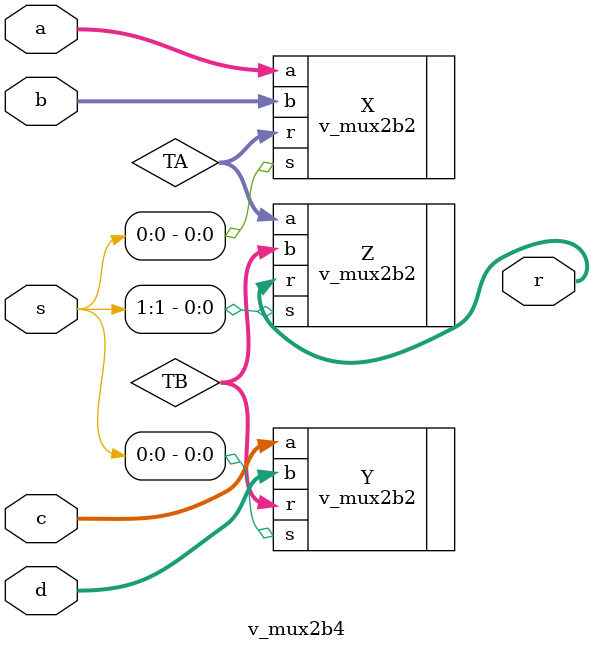
<source format=v>
`timescale 1ns / 1ps
module v_mux2b4(
    input [1:0] s,
    input [1:0] a,
    input [1:0] b,
    input [1:0] c,
    input [1:0] d,
    output [1:0] r
    );
	 
	 wire [1:0] TA;
	 wire [1:0] TB;
	 
	 v_mux2b2 X (
	   .a(a),
		.b(b),
		.s(s[0]),
		.r(TA)
	 );
	 
	 v_mux2b2 Y (
	   .a(c),
		.b(d),
		.s(s[0]),
		.r(TB)
	 );
	 
	 v_mux2b2 Z (
	   .a(TA),
		.b(TB),
		.s(s[1]),
		.r(r)
	 );


endmodule

</source>
